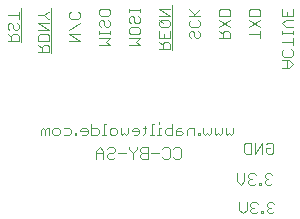
<source format=gbo>
G75*
G70*
%OFA0B0*%
%FSLAX24Y24*%
%IPPOS*%
%LPD*%
%AMOC8*
5,1,8,0,0,1.08239X$1,22.5*
%
%ADD10C,0.0030*%
D10*
X003853Y002570D02*
X003853Y002816D01*
X003977Y002940D01*
X004100Y002816D01*
X004100Y002570D01*
X004222Y002631D02*
X004283Y002570D01*
X004407Y002570D01*
X004469Y002631D01*
X004407Y002755D02*
X004283Y002755D01*
X004222Y002693D01*
X004222Y002631D01*
X004100Y002755D02*
X003853Y002755D01*
X004222Y002878D02*
X004283Y002940D01*
X004407Y002940D01*
X004469Y002878D01*
X004469Y002816D01*
X004407Y002755D01*
X004590Y002755D02*
X004837Y002755D01*
X004958Y002878D02*
X004958Y002940D01*
X004958Y002878D02*
X005082Y002755D01*
X005082Y002570D01*
X005082Y002755D02*
X005205Y002878D01*
X005205Y002940D01*
X005327Y002878D02*
X005327Y002816D01*
X005388Y002755D01*
X005574Y002755D01*
X005695Y002755D02*
X005942Y002755D01*
X006063Y002878D02*
X006125Y002940D01*
X006248Y002940D01*
X006310Y002878D01*
X006310Y002631D01*
X006248Y002570D01*
X006125Y002570D01*
X006063Y002631D01*
X006432Y002631D02*
X006493Y002570D01*
X006617Y002570D01*
X006679Y002631D01*
X006679Y002878D01*
X006617Y002940D01*
X006493Y002940D01*
X006432Y002878D01*
X006393Y003350D02*
X006208Y003350D01*
X006146Y003411D01*
X006146Y003535D01*
X006208Y003596D01*
X006393Y003596D01*
X006393Y003720D02*
X006393Y003350D01*
X006514Y003350D02*
X006699Y003350D01*
X006761Y003411D01*
X006699Y003473D01*
X006514Y003473D01*
X006514Y003535D02*
X006514Y003350D01*
X006514Y003535D02*
X006576Y003596D01*
X006699Y003596D01*
X006883Y003535D02*
X006883Y003350D01*
X006883Y003535D02*
X006944Y003596D01*
X007129Y003596D01*
X007129Y003350D01*
X007252Y003350D02*
X007252Y003411D01*
X007314Y003411D01*
X007314Y003350D01*
X007252Y003350D01*
X007435Y003411D02*
X007497Y003350D01*
X007558Y003411D01*
X007620Y003350D01*
X007682Y003411D01*
X007682Y003596D01*
X007803Y003596D02*
X007803Y003411D01*
X007865Y003350D01*
X007927Y003411D01*
X007988Y003350D01*
X008050Y003411D01*
X008050Y003596D01*
X008172Y003596D02*
X008172Y003411D01*
X008233Y003350D01*
X008295Y003411D01*
X008357Y003350D01*
X008419Y003411D01*
X008419Y003596D01*
X008844Y003101D02*
X009029Y003101D01*
X009029Y002731D01*
X008844Y002731D01*
X008782Y002792D01*
X008782Y003039D01*
X008844Y003101D01*
X009150Y003101D02*
X009150Y002731D01*
X009397Y003101D01*
X009397Y002731D01*
X009519Y002792D02*
X009519Y002916D01*
X009642Y002916D01*
X009765Y003039D02*
X009765Y002792D01*
X009704Y002731D01*
X009580Y002731D01*
X009519Y002792D01*
X009519Y003039D02*
X009580Y003101D01*
X009704Y003101D01*
X009765Y003039D01*
X009660Y002072D02*
X009537Y002072D01*
X009475Y002010D01*
X009475Y001948D01*
X009537Y001887D01*
X009475Y001825D01*
X009475Y001763D01*
X009537Y001702D01*
X009660Y001702D01*
X009722Y001763D01*
X009598Y001887D02*
X009537Y001887D01*
X009354Y001763D02*
X009292Y001763D01*
X009292Y001702D01*
X009354Y001702D01*
X009354Y001763D01*
X009169Y001763D02*
X009108Y001702D01*
X008984Y001702D01*
X008923Y001763D01*
X008923Y001825D01*
X008984Y001887D01*
X009046Y001887D01*
X008984Y001887D02*
X008923Y001948D01*
X008923Y002010D01*
X008984Y002072D01*
X009108Y002072D01*
X009169Y002010D01*
X008801Y002072D02*
X008801Y001825D01*
X008678Y001702D01*
X008554Y001825D01*
X008554Y002072D01*
X009660Y002072D02*
X009722Y002010D01*
X009735Y001114D02*
X009611Y001114D01*
X009550Y001052D01*
X009550Y000990D01*
X009611Y000929D01*
X009550Y000867D01*
X009550Y000805D01*
X009611Y000744D01*
X009735Y000744D01*
X009797Y000805D01*
X009673Y000929D02*
X009611Y000929D01*
X009428Y000805D02*
X009428Y000744D01*
X009367Y000744D01*
X009367Y000805D01*
X009428Y000805D01*
X009244Y000805D02*
X009182Y000744D01*
X009059Y000744D01*
X008997Y000805D01*
X008997Y000867D01*
X009059Y000929D01*
X009121Y000929D01*
X009059Y000929D02*
X008997Y000990D01*
X008997Y001052D01*
X009059Y001114D01*
X009182Y001114D01*
X009244Y001052D01*
X008876Y001114D02*
X008876Y000867D01*
X008752Y000744D01*
X008629Y000867D01*
X008629Y001114D01*
X009735Y001114D02*
X009797Y001052D01*
X007435Y003411D02*
X007435Y003596D01*
X006024Y003596D02*
X005963Y003596D01*
X005963Y003350D01*
X006024Y003350D02*
X005901Y003350D01*
X005779Y003350D02*
X005655Y003350D01*
X005717Y003350D02*
X005717Y003720D01*
X005779Y003720D01*
X005963Y003720D02*
X005963Y003782D01*
X005533Y003596D02*
X005410Y003596D01*
X005472Y003658D02*
X005472Y003411D01*
X005410Y003350D01*
X005288Y003411D02*
X005288Y003535D01*
X005226Y003596D01*
X005103Y003596D01*
X005041Y003535D01*
X005041Y003473D01*
X005288Y003473D01*
X005288Y003411D02*
X005226Y003350D01*
X005103Y003350D01*
X004920Y003411D02*
X004858Y003350D01*
X004796Y003411D01*
X004734Y003350D01*
X004673Y003411D01*
X004673Y003596D01*
X004551Y003535D02*
X004551Y003411D01*
X004489Y003350D01*
X004366Y003350D01*
X004304Y003411D01*
X004304Y003535D01*
X004366Y003596D01*
X004489Y003596D01*
X004551Y003535D01*
X004183Y003720D02*
X004121Y003720D01*
X004121Y003350D01*
X004183Y003350D02*
X004059Y003350D01*
X003937Y003411D02*
X003937Y003535D01*
X003876Y003596D01*
X003690Y003596D01*
X003690Y003720D02*
X003690Y003350D01*
X003876Y003350D01*
X003937Y003411D01*
X003569Y003411D02*
X003569Y003535D01*
X003507Y003596D01*
X003384Y003596D01*
X003322Y003535D01*
X003322Y003473D01*
X003569Y003473D01*
X003569Y003411D02*
X003507Y003350D01*
X003384Y003350D01*
X003201Y003350D02*
X003201Y003411D01*
X003139Y003411D01*
X003139Y003350D01*
X003201Y003350D01*
X003017Y003411D02*
X003017Y003535D01*
X002955Y003596D01*
X002770Y003596D01*
X002648Y003535D02*
X002648Y003411D01*
X002587Y003350D01*
X002463Y003350D01*
X002401Y003411D01*
X002401Y003535D01*
X002463Y003596D01*
X002587Y003596D01*
X002648Y003535D01*
X002770Y003350D02*
X002955Y003350D01*
X003017Y003411D01*
X002280Y003350D02*
X002280Y003596D01*
X002218Y003596D01*
X002156Y003535D01*
X002095Y003596D01*
X002033Y003535D01*
X002033Y003350D01*
X002156Y003350D02*
X002156Y003535D01*
X004920Y003596D02*
X004920Y003411D01*
X005388Y002940D02*
X005327Y002878D01*
X005388Y002940D02*
X005574Y002940D01*
X005574Y002570D01*
X005388Y002570D01*
X005327Y002631D01*
X005327Y002693D01*
X005388Y002755D01*
X002357Y006101D02*
X002357Y007575D01*
X002298Y007468D02*
X002236Y007468D01*
X002112Y007345D01*
X001927Y007345D01*
X002112Y007345D02*
X002236Y007221D01*
X002298Y007221D01*
X002298Y007100D02*
X001927Y007100D01*
X002298Y006853D01*
X001927Y006853D01*
X001989Y006732D02*
X001927Y006670D01*
X001927Y006485D01*
X002298Y006485D01*
X002298Y006670D01*
X002236Y006732D01*
X001989Y006732D01*
X001927Y006363D02*
X002051Y006240D01*
X002051Y006302D02*
X002051Y006116D01*
X001927Y006116D02*
X002298Y006116D01*
X002298Y006302D01*
X002236Y006363D01*
X002112Y006363D01*
X002051Y006302D01*
X001336Y006470D02*
X001336Y007575D01*
X001276Y007468D02*
X001276Y007221D01*
X001276Y007345D02*
X000906Y007345D01*
X000968Y007100D02*
X000906Y007038D01*
X000906Y006915D01*
X000968Y006853D01*
X001091Y006915D02*
X001091Y007038D01*
X001029Y007100D01*
X000968Y007100D01*
X001091Y006915D02*
X001153Y006853D01*
X001215Y006853D01*
X001276Y006915D01*
X001276Y007038D01*
X001215Y007100D01*
X001215Y006732D02*
X001091Y006732D01*
X001029Y006670D01*
X001029Y006485D01*
X001029Y006608D02*
X000906Y006732D01*
X000906Y006485D02*
X001276Y006485D01*
X001276Y006670D01*
X001215Y006732D01*
X002949Y006732D02*
X003319Y006732D01*
X003319Y006485D02*
X002949Y006732D01*
X002949Y006853D02*
X003319Y007100D01*
X003257Y007221D02*
X003010Y007221D01*
X002949Y007283D01*
X002949Y007406D01*
X003010Y007468D01*
X003257Y007468D02*
X003319Y007406D01*
X003319Y007283D01*
X003257Y007221D01*
X003949Y007138D02*
X003949Y007015D01*
X004010Y006953D01*
X003949Y006831D02*
X003949Y006707D01*
X003949Y006769D02*
X004319Y006769D01*
X004319Y006707D02*
X004319Y006831D01*
X004257Y006953D02*
X004195Y006953D01*
X004134Y007015D01*
X004134Y007138D01*
X004072Y007200D01*
X004010Y007200D01*
X003949Y007138D01*
X004010Y007321D02*
X003949Y007383D01*
X003949Y007506D01*
X004010Y007568D01*
X004257Y007568D01*
X004319Y007506D01*
X004319Y007383D01*
X004257Y007321D01*
X004010Y007321D01*
X004257Y007200D02*
X004319Y007138D01*
X004319Y007015D01*
X004257Y006953D01*
X004319Y006586D02*
X003949Y006586D01*
X004195Y006463D02*
X004319Y006586D01*
X004195Y006463D02*
X004319Y006339D01*
X003949Y006339D01*
X003319Y006485D02*
X002949Y006485D01*
X004949Y006586D02*
X005319Y006586D01*
X005195Y006463D01*
X005319Y006339D01*
X004949Y006339D01*
X005010Y006707D02*
X004949Y006769D01*
X004949Y006893D01*
X005010Y006954D01*
X005257Y006954D01*
X005319Y006893D01*
X005319Y006769D01*
X005257Y006707D01*
X005010Y006707D01*
X005010Y007076D02*
X004949Y007137D01*
X004949Y007261D01*
X005010Y007323D01*
X005072Y007323D01*
X005134Y007261D01*
X005134Y007137D01*
X005195Y007076D01*
X005257Y007076D01*
X005319Y007137D01*
X005319Y007261D01*
X005257Y007323D01*
X005319Y007444D02*
X005319Y007568D01*
X005319Y007506D02*
X004949Y007506D01*
X004949Y007444D02*
X004949Y007568D01*
X005949Y007568D02*
X006319Y007568D01*
X006379Y007675D02*
X006379Y006201D01*
X006319Y006216D02*
X006319Y006402D01*
X006257Y006463D01*
X006134Y006463D01*
X006072Y006402D01*
X006072Y006216D01*
X005949Y006216D02*
X006319Y006216D01*
X006072Y006340D02*
X005949Y006463D01*
X005949Y006585D02*
X005949Y006832D01*
X006010Y006953D02*
X005949Y007015D01*
X005949Y007138D01*
X006010Y007200D01*
X006257Y007200D01*
X006319Y007138D01*
X006319Y007015D01*
X006257Y006953D01*
X006010Y006953D01*
X006072Y007076D02*
X005949Y007200D01*
X005949Y007321D02*
X006319Y007321D01*
X005949Y007568D01*
X006319Y006832D02*
X006319Y006585D01*
X005949Y006585D01*
X006134Y006585D02*
X006134Y006708D01*
X006949Y006646D02*
X007010Y006585D01*
X006949Y006646D02*
X006949Y006770D01*
X007010Y006832D01*
X007072Y006832D01*
X007134Y006770D01*
X007134Y006646D01*
X007195Y006585D01*
X007257Y006585D01*
X007319Y006646D01*
X007319Y006770D01*
X007257Y006832D01*
X007257Y006953D02*
X007010Y006953D01*
X006949Y007015D01*
X006949Y007138D01*
X007010Y007200D01*
X006949Y007321D02*
X007319Y007321D01*
X007257Y007200D02*
X007319Y007138D01*
X007319Y007015D01*
X007257Y006953D01*
X007072Y007321D02*
X007319Y007568D01*
X007134Y007383D02*
X006949Y007568D01*
X007949Y007506D02*
X007949Y007321D01*
X008319Y007321D01*
X008319Y007506D01*
X008257Y007568D01*
X008010Y007568D01*
X007949Y007506D01*
X007949Y007200D02*
X008319Y006953D01*
X008257Y006832D02*
X008134Y006832D01*
X008072Y006770D01*
X008072Y006585D01*
X008072Y006708D02*
X007949Y006832D01*
X007949Y006953D02*
X008319Y007200D01*
X008257Y006832D02*
X008319Y006770D01*
X008319Y006585D01*
X007949Y006585D01*
X008949Y006708D02*
X009319Y006708D01*
X009319Y006585D02*
X009319Y006832D01*
X009319Y006953D02*
X008949Y007200D01*
X008949Y007321D02*
X008949Y007506D01*
X009010Y007568D01*
X009257Y007568D01*
X009319Y007506D01*
X009319Y007321D01*
X008949Y007321D01*
X008949Y006953D02*
X009319Y007200D01*
X010049Y007321D02*
X010049Y007568D01*
X010234Y007445D02*
X010234Y007321D01*
X010172Y007200D02*
X010419Y007200D01*
X010419Y007321D02*
X010049Y007321D01*
X010172Y007200D02*
X010049Y007076D01*
X010172Y006953D01*
X010419Y006953D01*
X010419Y006831D02*
X010419Y006707D01*
X010419Y006769D02*
X010049Y006769D01*
X010049Y006707D02*
X010049Y006831D01*
X010049Y006463D02*
X010419Y006463D01*
X010419Y006586D02*
X010419Y006339D01*
X010357Y006218D02*
X010419Y006156D01*
X010419Y006033D01*
X010357Y005971D01*
X010110Y005971D01*
X010049Y006033D01*
X010049Y006156D01*
X010110Y006218D01*
X010049Y005849D02*
X010295Y005849D01*
X010419Y005726D01*
X010295Y005602D01*
X010049Y005602D01*
X010234Y005602D02*
X010234Y005849D01*
X010419Y007321D02*
X010419Y007568D01*
M02*

</source>
